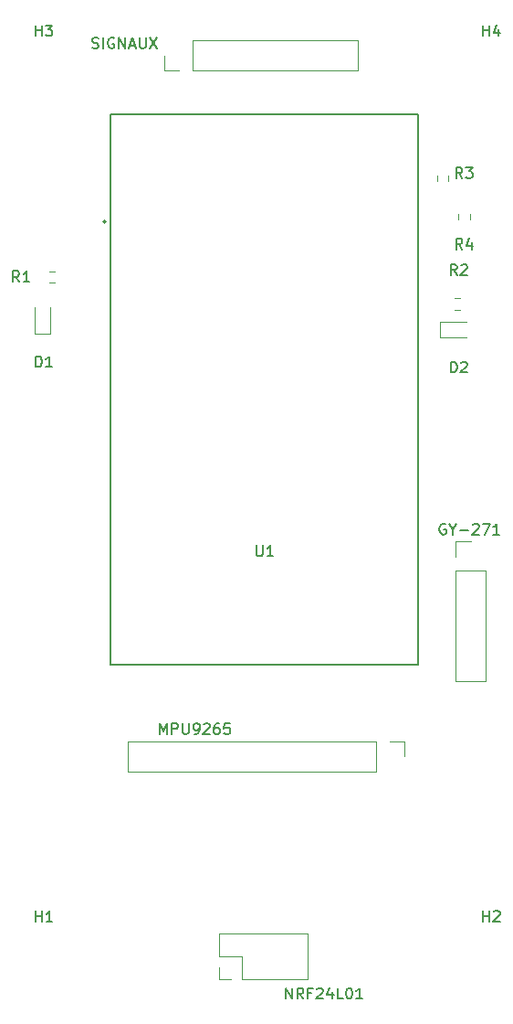
<source format=gto>
%TF.GenerationSoftware,KiCad,Pcbnew,9.0.5*%
%TF.CreationDate,2025-11-16T15:30:45+01:00*%
%TF.ProjectId,DronePCB,44726f6e-6550-4434-922e-6b696361645f,rev?*%
%TF.SameCoordinates,Original*%
%TF.FileFunction,Legend,Top*%
%TF.FilePolarity,Positive*%
%FSLAX46Y46*%
G04 Gerber Fmt 4.6, Leading zero omitted, Abs format (unit mm)*
G04 Created by KiCad (PCBNEW 9.0.5) date 2025-11-16 15:30:45*
%MOMM*%
%LPD*%
G01*
G04 APERTURE LIST*
%ADD10C,0.150000*%
%ADD11C,0.120000*%
%ADD12C,0.127000*%
%ADD13C,0.200000*%
G04 APERTURE END LIST*
D10*
X21238095Y-100804819D02*
X21238095Y-99804819D01*
X21238095Y-100281009D02*
X21809523Y-100281009D01*
X21809523Y-100804819D02*
X21809523Y-99804819D01*
X22809523Y-100804819D02*
X22238095Y-100804819D01*
X22523809Y-100804819D02*
X22523809Y-99804819D01*
X22523809Y-99804819D02*
X22428571Y-99947676D01*
X22428571Y-99947676D02*
X22333333Y-100042914D01*
X22333333Y-100042914D02*
X22238095Y-100090533D01*
X60833333Y-38542319D02*
X60500000Y-38066128D01*
X60261905Y-38542319D02*
X60261905Y-37542319D01*
X60261905Y-37542319D02*
X60642857Y-37542319D01*
X60642857Y-37542319D02*
X60738095Y-37589938D01*
X60738095Y-37589938D02*
X60785714Y-37637557D01*
X60785714Y-37637557D02*
X60833333Y-37732795D01*
X60833333Y-37732795D02*
X60833333Y-37875652D01*
X60833333Y-37875652D02*
X60785714Y-37970890D01*
X60785714Y-37970890D02*
X60738095Y-38018509D01*
X60738095Y-38018509D02*
X60642857Y-38066128D01*
X60642857Y-38066128D02*
X60261905Y-38066128D01*
X61690476Y-37875652D02*
X61690476Y-38542319D01*
X61452381Y-37494700D02*
X61214286Y-38208985D01*
X61214286Y-38208985D02*
X61833333Y-38208985D01*
X62738095Y-100804819D02*
X62738095Y-99804819D01*
X62738095Y-100281009D02*
X63309523Y-100281009D01*
X63309523Y-100804819D02*
X63309523Y-99804819D01*
X63738095Y-99900057D02*
X63785714Y-99852438D01*
X63785714Y-99852438D02*
X63880952Y-99804819D01*
X63880952Y-99804819D02*
X64119047Y-99804819D01*
X64119047Y-99804819D02*
X64214285Y-99852438D01*
X64214285Y-99852438D02*
X64261904Y-99900057D01*
X64261904Y-99900057D02*
X64309523Y-99995295D01*
X64309523Y-99995295D02*
X64309523Y-100090533D01*
X64309523Y-100090533D02*
X64261904Y-100233390D01*
X64261904Y-100233390D02*
X63690476Y-100804819D01*
X63690476Y-100804819D02*
X64309523Y-100804819D01*
X21261905Y-49454819D02*
X21261905Y-48454819D01*
X21261905Y-48454819D02*
X21500000Y-48454819D01*
X21500000Y-48454819D02*
X21642857Y-48502438D01*
X21642857Y-48502438D02*
X21738095Y-48597676D01*
X21738095Y-48597676D02*
X21785714Y-48692914D01*
X21785714Y-48692914D02*
X21833333Y-48883390D01*
X21833333Y-48883390D02*
X21833333Y-49026247D01*
X21833333Y-49026247D02*
X21785714Y-49216723D01*
X21785714Y-49216723D02*
X21738095Y-49311961D01*
X21738095Y-49311961D02*
X21642857Y-49407200D01*
X21642857Y-49407200D02*
X21500000Y-49454819D01*
X21500000Y-49454819D02*
X21261905Y-49454819D01*
X22785714Y-49454819D02*
X22214286Y-49454819D01*
X22500000Y-49454819D02*
X22500000Y-48454819D01*
X22500000Y-48454819D02*
X22404762Y-48597676D01*
X22404762Y-48597676D02*
X22309524Y-48692914D01*
X22309524Y-48692914D02*
X22214286Y-48740533D01*
X21238095Y-18804819D02*
X21238095Y-17804819D01*
X21238095Y-18281009D02*
X21809523Y-18281009D01*
X21809523Y-18804819D02*
X21809523Y-17804819D01*
X22190476Y-17804819D02*
X22809523Y-17804819D01*
X22809523Y-17804819D02*
X22476190Y-18185771D01*
X22476190Y-18185771D02*
X22619047Y-18185771D01*
X22619047Y-18185771D02*
X22714285Y-18233390D01*
X22714285Y-18233390D02*
X22761904Y-18281009D01*
X22761904Y-18281009D02*
X22809523Y-18376247D01*
X22809523Y-18376247D02*
X22809523Y-18614342D01*
X22809523Y-18614342D02*
X22761904Y-18709580D01*
X22761904Y-18709580D02*
X22714285Y-18757200D01*
X22714285Y-18757200D02*
X22619047Y-18804819D01*
X22619047Y-18804819D02*
X22333333Y-18804819D01*
X22333333Y-18804819D02*
X22238095Y-18757200D01*
X22238095Y-18757200D02*
X22190476Y-18709580D01*
X60833333Y-31954819D02*
X60500000Y-31478628D01*
X60261905Y-31954819D02*
X60261905Y-30954819D01*
X60261905Y-30954819D02*
X60642857Y-30954819D01*
X60642857Y-30954819D02*
X60738095Y-31002438D01*
X60738095Y-31002438D02*
X60785714Y-31050057D01*
X60785714Y-31050057D02*
X60833333Y-31145295D01*
X60833333Y-31145295D02*
X60833333Y-31288152D01*
X60833333Y-31288152D02*
X60785714Y-31383390D01*
X60785714Y-31383390D02*
X60738095Y-31431009D01*
X60738095Y-31431009D02*
X60642857Y-31478628D01*
X60642857Y-31478628D02*
X60261905Y-31478628D01*
X61166667Y-30954819D02*
X61785714Y-30954819D01*
X61785714Y-30954819D02*
X61452381Y-31335771D01*
X61452381Y-31335771D02*
X61595238Y-31335771D01*
X61595238Y-31335771D02*
X61690476Y-31383390D01*
X61690476Y-31383390D02*
X61738095Y-31431009D01*
X61738095Y-31431009D02*
X61785714Y-31526247D01*
X61785714Y-31526247D02*
X61785714Y-31764342D01*
X61785714Y-31764342D02*
X61738095Y-31859580D01*
X61738095Y-31859580D02*
X61690476Y-31907200D01*
X61690476Y-31907200D02*
X61595238Y-31954819D01*
X61595238Y-31954819D02*
X61309524Y-31954819D01*
X61309524Y-31954819D02*
X61214286Y-31907200D01*
X61214286Y-31907200D02*
X61166667Y-31859580D01*
X26523810Y-19907200D02*
X26666667Y-19954819D01*
X26666667Y-19954819D02*
X26904762Y-19954819D01*
X26904762Y-19954819D02*
X27000000Y-19907200D01*
X27000000Y-19907200D02*
X27047619Y-19859580D01*
X27047619Y-19859580D02*
X27095238Y-19764342D01*
X27095238Y-19764342D02*
X27095238Y-19669104D01*
X27095238Y-19669104D02*
X27047619Y-19573866D01*
X27047619Y-19573866D02*
X27000000Y-19526247D01*
X27000000Y-19526247D02*
X26904762Y-19478628D01*
X26904762Y-19478628D02*
X26714286Y-19431009D01*
X26714286Y-19431009D02*
X26619048Y-19383390D01*
X26619048Y-19383390D02*
X26571429Y-19335771D01*
X26571429Y-19335771D02*
X26523810Y-19240533D01*
X26523810Y-19240533D02*
X26523810Y-19145295D01*
X26523810Y-19145295D02*
X26571429Y-19050057D01*
X26571429Y-19050057D02*
X26619048Y-19002438D01*
X26619048Y-19002438D02*
X26714286Y-18954819D01*
X26714286Y-18954819D02*
X26952381Y-18954819D01*
X26952381Y-18954819D02*
X27095238Y-19002438D01*
X27523810Y-19954819D02*
X27523810Y-18954819D01*
X28523809Y-19002438D02*
X28428571Y-18954819D01*
X28428571Y-18954819D02*
X28285714Y-18954819D01*
X28285714Y-18954819D02*
X28142857Y-19002438D01*
X28142857Y-19002438D02*
X28047619Y-19097676D01*
X28047619Y-19097676D02*
X28000000Y-19192914D01*
X28000000Y-19192914D02*
X27952381Y-19383390D01*
X27952381Y-19383390D02*
X27952381Y-19526247D01*
X27952381Y-19526247D02*
X28000000Y-19716723D01*
X28000000Y-19716723D02*
X28047619Y-19811961D01*
X28047619Y-19811961D02*
X28142857Y-19907200D01*
X28142857Y-19907200D02*
X28285714Y-19954819D01*
X28285714Y-19954819D02*
X28380952Y-19954819D01*
X28380952Y-19954819D02*
X28523809Y-19907200D01*
X28523809Y-19907200D02*
X28571428Y-19859580D01*
X28571428Y-19859580D02*
X28571428Y-19526247D01*
X28571428Y-19526247D02*
X28380952Y-19526247D01*
X29000000Y-19954819D02*
X29000000Y-18954819D01*
X29000000Y-18954819D02*
X29571428Y-19954819D01*
X29571428Y-19954819D02*
X29571428Y-18954819D01*
X30000000Y-19669104D02*
X30476190Y-19669104D01*
X29904762Y-19954819D02*
X30238095Y-18954819D01*
X30238095Y-18954819D02*
X30571428Y-19954819D01*
X30904762Y-18954819D02*
X30904762Y-19764342D01*
X30904762Y-19764342D02*
X30952381Y-19859580D01*
X30952381Y-19859580D02*
X31000000Y-19907200D01*
X31000000Y-19907200D02*
X31095238Y-19954819D01*
X31095238Y-19954819D02*
X31285714Y-19954819D01*
X31285714Y-19954819D02*
X31380952Y-19907200D01*
X31380952Y-19907200D02*
X31428571Y-19859580D01*
X31428571Y-19859580D02*
X31476190Y-19764342D01*
X31476190Y-19764342D02*
X31476190Y-18954819D01*
X31857143Y-18954819D02*
X32523809Y-19954819D01*
X32523809Y-18954819D02*
X31857143Y-19954819D01*
X19733333Y-41554819D02*
X19400000Y-41078628D01*
X19161905Y-41554819D02*
X19161905Y-40554819D01*
X19161905Y-40554819D02*
X19542857Y-40554819D01*
X19542857Y-40554819D02*
X19638095Y-40602438D01*
X19638095Y-40602438D02*
X19685714Y-40650057D01*
X19685714Y-40650057D02*
X19733333Y-40745295D01*
X19733333Y-40745295D02*
X19733333Y-40888152D01*
X19733333Y-40888152D02*
X19685714Y-40983390D01*
X19685714Y-40983390D02*
X19638095Y-41031009D01*
X19638095Y-41031009D02*
X19542857Y-41078628D01*
X19542857Y-41078628D02*
X19161905Y-41078628D01*
X20685714Y-41554819D02*
X20114286Y-41554819D01*
X20400000Y-41554819D02*
X20400000Y-40554819D01*
X20400000Y-40554819D02*
X20304762Y-40697676D01*
X20304762Y-40697676D02*
X20209524Y-40792914D01*
X20209524Y-40792914D02*
X20114286Y-40840533D01*
X41738095Y-65954819D02*
X41738095Y-66764342D01*
X41738095Y-66764342D02*
X41785714Y-66859580D01*
X41785714Y-66859580D02*
X41833333Y-66907200D01*
X41833333Y-66907200D02*
X41928571Y-66954819D01*
X41928571Y-66954819D02*
X42119047Y-66954819D01*
X42119047Y-66954819D02*
X42214285Y-66907200D01*
X42214285Y-66907200D02*
X42261904Y-66859580D01*
X42261904Y-66859580D02*
X42309523Y-66764342D01*
X42309523Y-66764342D02*
X42309523Y-65954819D01*
X43309523Y-66954819D02*
X42738095Y-66954819D01*
X43023809Y-66954819D02*
X43023809Y-65954819D01*
X43023809Y-65954819D02*
X42928571Y-66097676D01*
X42928571Y-66097676D02*
X42833333Y-66192914D01*
X42833333Y-66192914D02*
X42738095Y-66240533D01*
X59761905Y-49954819D02*
X59761905Y-48954819D01*
X59761905Y-48954819D02*
X60000000Y-48954819D01*
X60000000Y-48954819D02*
X60142857Y-49002438D01*
X60142857Y-49002438D02*
X60238095Y-49097676D01*
X60238095Y-49097676D02*
X60285714Y-49192914D01*
X60285714Y-49192914D02*
X60333333Y-49383390D01*
X60333333Y-49383390D02*
X60333333Y-49526247D01*
X60333333Y-49526247D02*
X60285714Y-49716723D01*
X60285714Y-49716723D02*
X60238095Y-49811961D01*
X60238095Y-49811961D02*
X60142857Y-49907200D01*
X60142857Y-49907200D02*
X60000000Y-49954819D01*
X60000000Y-49954819D02*
X59761905Y-49954819D01*
X60714286Y-49050057D02*
X60761905Y-49002438D01*
X60761905Y-49002438D02*
X60857143Y-48954819D01*
X60857143Y-48954819D02*
X61095238Y-48954819D01*
X61095238Y-48954819D02*
X61190476Y-49002438D01*
X61190476Y-49002438D02*
X61238095Y-49050057D01*
X61238095Y-49050057D02*
X61285714Y-49145295D01*
X61285714Y-49145295D02*
X61285714Y-49240533D01*
X61285714Y-49240533D02*
X61238095Y-49383390D01*
X61238095Y-49383390D02*
X60666667Y-49954819D01*
X60666667Y-49954819D02*
X61285714Y-49954819D01*
X59285714Y-64002438D02*
X59190476Y-63954819D01*
X59190476Y-63954819D02*
X59047619Y-63954819D01*
X59047619Y-63954819D02*
X58904762Y-64002438D01*
X58904762Y-64002438D02*
X58809524Y-64097676D01*
X58809524Y-64097676D02*
X58761905Y-64192914D01*
X58761905Y-64192914D02*
X58714286Y-64383390D01*
X58714286Y-64383390D02*
X58714286Y-64526247D01*
X58714286Y-64526247D02*
X58761905Y-64716723D01*
X58761905Y-64716723D02*
X58809524Y-64811961D01*
X58809524Y-64811961D02*
X58904762Y-64907200D01*
X58904762Y-64907200D02*
X59047619Y-64954819D01*
X59047619Y-64954819D02*
X59142857Y-64954819D01*
X59142857Y-64954819D02*
X59285714Y-64907200D01*
X59285714Y-64907200D02*
X59333333Y-64859580D01*
X59333333Y-64859580D02*
X59333333Y-64526247D01*
X59333333Y-64526247D02*
X59142857Y-64526247D01*
X59952381Y-64478628D02*
X59952381Y-64954819D01*
X59619048Y-63954819D02*
X59952381Y-64478628D01*
X59952381Y-64478628D02*
X60285714Y-63954819D01*
X60619048Y-64573866D02*
X61380953Y-64573866D01*
X61809524Y-64050057D02*
X61857143Y-64002438D01*
X61857143Y-64002438D02*
X61952381Y-63954819D01*
X61952381Y-63954819D02*
X62190476Y-63954819D01*
X62190476Y-63954819D02*
X62285714Y-64002438D01*
X62285714Y-64002438D02*
X62333333Y-64050057D01*
X62333333Y-64050057D02*
X62380952Y-64145295D01*
X62380952Y-64145295D02*
X62380952Y-64240533D01*
X62380952Y-64240533D02*
X62333333Y-64383390D01*
X62333333Y-64383390D02*
X61761905Y-64954819D01*
X61761905Y-64954819D02*
X62380952Y-64954819D01*
X62714286Y-63954819D02*
X63380952Y-63954819D01*
X63380952Y-63954819D02*
X62952381Y-64954819D01*
X64285714Y-64954819D02*
X63714286Y-64954819D01*
X64000000Y-64954819D02*
X64000000Y-63954819D01*
X64000000Y-63954819D02*
X63904762Y-64097676D01*
X63904762Y-64097676D02*
X63809524Y-64192914D01*
X63809524Y-64192914D02*
X63714286Y-64240533D01*
X60333333Y-40954819D02*
X60000000Y-40478628D01*
X59761905Y-40954819D02*
X59761905Y-39954819D01*
X59761905Y-39954819D02*
X60142857Y-39954819D01*
X60142857Y-39954819D02*
X60238095Y-40002438D01*
X60238095Y-40002438D02*
X60285714Y-40050057D01*
X60285714Y-40050057D02*
X60333333Y-40145295D01*
X60333333Y-40145295D02*
X60333333Y-40288152D01*
X60333333Y-40288152D02*
X60285714Y-40383390D01*
X60285714Y-40383390D02*
X60238095Y-40431009D01*
X60238095Y-40431009D02*
X60142857Y-40478628D01*
X60142857Y-40478628D02*
X59761905Y-40478628D01*
X60714286Y-40050057D02*
X60761905Y-40002438D01*
X60761905Y-40002438D02*
X60857143Y-39954819D01*
X60857143Y-39954819D02*
X61095238Y-39954819D01*
X61095238Y-39954819D02*
X61190476Y-40002438D01*
X61190476Y-40002438D02*
X61238095Y-40050057D01*
X61238095Y-40050057D02*
X61285714Y-40145295D01*
X61285714Y-40145295D02*
X61285714Y-40240533D01*
X61285714Y-40240533D02*
X61238095Y-40383390D01*
X61238095Y-40383390D02*
X60666667Y-40954819D01*
X60666667Y-40954819D02*
X61285714Y-40954819D01*
X62738095Y-18804819D02*
X62738095Y-17804819D01*
X62738095Y-18281009D02*
X63309523Y-18281009D01*
X63309523Y-18804819D02*
X63309523Y-17804819D01*
X64214285Y-18138152D02*
X64214285Y-18804819D01*
X63976190Y-17757200D02*
X63738095Y-18471485D01*
X63738095Y-18471485D02*
X64357142Y-18471485D01*
X32738095Y-83454819D02*
X32738095Y-82454819D01*
X32738095Y-82454819D02*
X33071428Y-83169104D01*
X33071428Y-83169104D02*
X33404761Y-82454819D01*
X33404761Y-82454819D02*
X33404761Y-83454819D01*
X33880952Y-83454819D02*
X33880952Y-82454819D01*
X33880952Y-82454819D02*
X34261904Y-82454819D01*
X34261904Y-82454819D02*
X34357142Y-82502438D01*
X34357142Y-82502438D02*
X34404761Y-82550057D01*
X34404761Y-82550057D02*
X34452380Y-82645295D01*
X34452380Y-82645295D02*
X34452380Y-82788152D01*
X34452380Y-82788152D02*
X34404761Y-82883390D01*
X34404761Y-82883390D02*
X34357142Y-82931009D01*
X34357142Y-82931009D02*
X34261904Y-82978628D01*
X34261904Y-82978628D02*
X33880952Y-82978628D01*
X34880952Y-82454819D02*
X34880952Y-83264342D01*
X34880952Y-83264342D02*
X34928571Y-83359580D01*
X34928571Y-83359580D02*
X34976190Y-83407200D01*
X34976190Y-83407200D02*
X35071428Y-83454819D01*
X35071428Y-83454819D02*
X35261904Y-83454819D01*
X35261904Y-83454819D02*
X35357142Y-83407200D01*
X35357142Y-83407200D02*
X35404761Y-83359580D01*
X35404761Y-83359580D02*
X35452380Y-83264342D01*
X35452380Y-83264342D02*
X35452380Y-82454819D01*
X35976190Y-83454819D02*
X36166666Y-83454819D01*
X36166666Y-83454819D02*
X36261904Y-83407200D01*
X36261904Y-83407200D02*
X36309523Y-83359580D01*
X36309523Y-83359580D02*
X36404761Y-83216723D01*
X36404761Y-83216723D02*
X36452380Y-83026247D01*
X36452380Y-83026247D02*
X36452380Y-82645295D01*
X36452380Y-82645295D02*
X36404761Y-82550057D01*
X36404761Y-82550057D02*
X36357142Y-82502438D01*
X36357142Y-82502438D02*
X36261904Y-82454819D01*
X36261904Y-82454819D02*
X36071428Y-82454819D01*
X36071428Y-82454819D02*
X35976190Y-82502438D01*
X35976190Y-82502438D02*
X35928571Y-82550057D01*
X35928571Y-82550057D02*
X35880952Y-82645295D01*
X35880952Y-82645295D02*
X35880952Y-82883390D01*
X35880952Y-82883390D02*
X35928571Y-82978628D01*
X35928571Y-82978628D02*
X35976190Y-83026247D01*
X35976190Y-83026247D02*
X36071428Y-83073866D01*
X36071428Y-83073866D02*
X36261904Y-83073866D01*
X36261904Y-83073866D02*
X36357142Y-83026247D01*
X36357142Y-83026247D02*
X36404761Y-82978628D01*
X36404761Y-82978628D02*
X36452380Y-82883390D01*
X36833333Y-82550057D02*
X36880952Y-82502438D01*
X36880952Y-82502438D02*
X36976190Y-82454819D01*
X36976190Y-82454819D02*
X37214285Y-82454819D01*
X37214285Y-82454819D02*
X37309523Y-82502438D01*
X37309523Y-82502438D02*
X37357142Y-82550057D01*
X37357142Y-82550057D02*
X37404761Y-82645295D01*
X37404761Y-82645295D02*
X37404761Y-82740533D01*
X37404761Y-82740533D02*
X37357142Y-82883390D01*
X37357142Y-82883390D02*
X36785714Y-83454819D01*
X36785714Y-83454819D02*
X37404761Y-83454819D01*
X38261904Y-82454819D02*
X38071428Y-82454819D01*
X38071428Y-82454819D02*
X37976190Y-82502438D01*
X37976190Y-82502438D02*
X37928571Y-82550057D01*
X37928571Y-82550057D02*
X37833333Y-82692914D01*
X37833333Y-82692914D02*
X37785714Y-82883390D01*
X37785714Y-82883390D02*
X37785714Y-83264342D01*
X37785714Y-83264342D02*
X37833333Y-83359580D01*
X37833333Y-83359580D02*
X37880952Y-83407200D01*
X37880952Y-83407200D02*
X37976190Y-83454819D01*
X37976190Y-83454819D02*
X38166666Y-83454819D01*
X38166666Y-83454819D02*
X38261904Y-83407200D01*
X38261904Y-83407200D02*
X38309523Y-83359580D01*
X38309523Y-83359580D02*
X38357142Y-83264342D01*
X38357142Y-83264342D02*
X38357142Y-83026247D01*
X38357142Y-83026247D02*
X38309523Y-82931009D01*
X38309523Y-82931009D02*
X38261904Y-82883390D01*
X38261904Y-82883390D02*
X38166666Y-82835771D01*
X38166666Y-82835771D02*
X37976190Y-82835771D01*
X37976190Y-82835771D02*
X37880952Y-82883390D01*
X37880952Y-82883390D02*
X37833333Y-82931009D01*
X37833333Y-82931009D02*
X37785714Y-83026247D01*
X39261904Y-82454819D02*
X38785714Y-82454819D01*
X38785714Y-82454819D02*
X38738095Y-82931009D01*
X38738095Y-82931009D02*
X38785714Y-82883390D01*
X38785714Y-82883390D02*
X38880952Y-82835771D01*
X38880952Y-82835771D02*
X39119047Y-82835771D01*
X39119047Y-82835771D02*
X39214285Y-82883390D01*
X39214285Y-82883390D02*
X39261904Y-82931009D01*
X39261904Y-82931009D02*
X39309523Y-83026247D01*
X39309523Y-83026247D02*
X39309523Y-83264342D01*
X39309523Y-83264342D02*
X39261904Y-83359580D01*
X39261904Y-83359580D02*
X39214285Y-83407200D01*
X39214285Y-83407200D02*
X39119047Y-83454819D01*
X39119047Y-83454819D02*
X38880952Y-83454819D01*
X38880952Y-83454819D02*
X38785714Y-83407200D01*
X38785714Y-83407200D02*
X38738095Y-83359580D01*
X44476190Y-107954819D02*
X44476190Y-106954819D01*
X44476190Y-106954819D02*
X45047618Y-107954819D01*
X45047618Y-107954819D02*
X45047618Y-106954819D01*
X46095237Y-107954819D02*
X45761904Y-107478628D01*
X45523809Y-107954819D02*
X45523809Y-106954819D01*
X45523809Y-106954819D02*
X45904761Y-106954819D01*
X45904761Y-106954819D02*
X45999999Y-107002438D01*
X45999999Y-107002438D02*
X46047618Y-107050057D01*
X46047618Y-107050057D02*
X46095237Y-107145295D01*
X46095237Y-107145295D02*
X46095237Y-107288152D01*
X46095237Y-107288152D02*
X46047618Y-107383390D01*
X46047618Y-107383390D02*
X45999999Y-107431009D01*
X45999999Y-107431009D02*
X45904761Y-107478628D01*
X45904761Y-107478628D02*
X45523809Y-107478628D01*
X46857142Y-107431009D02*
X46523809Y-107431009D01*
X46523809Y-107954819D02*
X46523809Y-106954819D01*
X46523809Y-106954819D02*
X46999999Y-106954819D01*
X47333333Y-107050057D02*
X47380952Y-107002438D01*
X47380952Y-107002438D02*
X47476190Y-106954819D01*
X47476190Y-106954819D02*
X47714285Y-106954819D01*
X47714285Y-106954819D02*
X47809523Y-107002438D01*
X47809523Y-107002438D02*
X47857142Y-107050057D01*
X47857142Y-107050057D02*
X47904761Y-107145295D01*
X47904761Y-107145295D02*
X47904761Y-107240533D01*
X47904761Y-107240533D02*
X47857142Y-107383390D01*
X47857142Y-107383390D02*
X47285714Y-107954819D01*
X47285714Y-107954819D02*
X47904761Y-107954819D01*
X48761904Y-107288152D02*
X48761904Y-107954819D01*
X48523809Y-106907200D02*
X48285714Y-107621485D01*
X48285714Y-107621485D02*
X48904761Y-107621485D01*
X49761904Y-107954819D02*
X49285714Y-107954819D01*
X49285714Y-107954819D02*
X49285714Y-106954819D01*
X50285714Y-106954819D02*
X50380952Y-106954819D01*
X50380952Y-106954819D02*
X50476190Y-107002438D01*
X50476190Y-107002438D02*
X50523809Y-107050057D01*
X50523809Y-107050057D02*
X50571428Y-107145295D01*
X50571428Y-107145295D02*
X50619047Y-107335771D01*
X50619047Y-107335771D02*
X50619047Y-107573866D01*
X50619047Y-107573866D02*
X50571428Y-107764342D01*
X50571428Y-107764342D02*
X50523809Y-107859580D01*
X50523809Y-107859580D02*
X50476190Y-107907200D01*
X50476190Y-107907200D02*
X50380952Y-107954819D01*
X50380952Y-107954819D02*
X50285714Y-107954819D01*
X50285714Y-107954819D02*
X50190476Y-107907200D01*
X50190476Y-107907200D02*
X50142857Y-107859580D01*
X50142857Y-107859580D02*
X50095238Y-107764342D01*
X50095238Y-107764342D02*
X50047619Y-107573866D01*
X50047619Y-107573866D02*
X50047619Y-107335771D01*
X50047619Y-107335771D02*
X50095238Y-107145295D01*
X50095238Y-107145295D02*
X50142857Y-107050057D01*
X50142857Y-107050057D02*
X50190476Y-107002438D01*
X50190476Y-107002438D02*
X50285714Y-106954819D01*
X51571428Y-107954819D02*
X51000000Y-107954819D01*
X51285714Y-107954819D02*
X51285714Y-106954819D01*
X51285714Y-106954819D02*
X51190476Y-107097676D01*
X51190476Y-107097676D02*
X51095238Y-107192914D01*
X51095238Y-107192914D02*
X51000000Y-107240533D01*
D11*
%TO.C,R4*%
X60477500Y-35754724D02*
X60477500Y-35245276D01*
X61522500Y-35754724D02*
X61522500Y-35245276D01*
%TO.C,D1*%
X21165000Y-43875000D02*
X21165000Y-46335000D01*
X21165000Y-46335000D02*
X22635000Y-46335000D01*
X22635000Y-46335000D02*
X22635000Y-43875000D01*
%TO.C,R3*%
X58477500Y-32254724D02*
X58477500Y-31745276D01*
X59522500Y-32254724D02*
X59522500Y-31745276D01*
%TO.C,SIGNAUX*%
X33180000Y-21980000D02*
X33180000Y-20600000D01*
X34560000Y-21980000D02*
X33180000Y-21980000D01*
X35830000Y-19220000D02*
X51180000Y-19220000D01*
X35830000Y-21980000D02*
X35830000Y-19220000D01*
X35830000Y-21980000D02*
X51180000Y-21980000D01*
X51180000Y-21980000D02*
X51180000Y-19220000D01*
%TO.C,R1*%
X23042224Y-40577500D02*
X22532776Y-40577500D01*
X23042224Y-41622500D02*
X22532776Y-41622500D01*
D12*
%TO.C,U1*%
X28220000Y-26025000D02*
X39289000Y-26025000D01*
X28220000Y-26025000D02*
X56730000Y-26025000D01*
X28220000Y-76975000D02*
X28220000Y-26025000D01*
X28220000Y-76975000D02*
X28220000Y-26025000D01*
X28220000Y-76975000D02*
X33590000Y-76975000D01*
X33590000Y-76975000D02*
X51280000Y-76975000D01*
X39289000Y-26025000D02*
X46000000Y-26025000D01*
X46000000Y-26025000D02*
X56730000Y-26025000D01*
X51280000Y-76975000D02*
X56730000Y-76975000D01*
X56730000Y-26025000D02*
X56730000Y-76975000D01*
X56730000Y-26025000D02*
X56730000Y-76975000D01*
X56730000Y-76975000D02*
X28220000Y-76975000D01*
D13*
X27750000Y-35985000D02*
G75*
G02*
X27550000Y-35985000I-100000J0D01*
G01*
X27550000Y-35985000D02*
G75*
G02*
X27750000Y-35985000I100000J0D01*
G01*
D11*
%TO.C,D2*%
X58740000Y-45265000D02*
X58740000Y-46735000D01*
X58740000Y-46735000D02*
X61200000Y-46735000D01*
X61200000Y-45265000D02*
X58740000Y-45265000D01*
%TO.C,GY-271*%
X60220000Y-65620000D02*
X61600000Y-65620000D01*
X60220000Y-67000000D02*
X60220000Y-65620000D01*
X60220000Y-68270000D02*
X60220000Y-78540000D01*
X60220000Y-68270000D02*
X62980000Y-68270000D01*
X60220000Y-78540000D02*
X62980000Y-78540000D01*
X62980000Y-68270000D02*
X62980000Y-78540000D01*
%TO.C,R2*%
X60132776Y-43077500D02*
X60642224Y-43077500D01*
X60132776Y-44122500D02*
X60642224Y-44122500D01*
%TO.C,MPU9265*%
X29840000Y-84120000D02*
X29840000Y-86880000D01*
X52810000Y-84120000D02*
X29840000Y-84120000D01*
X52810000Y-84120000D02*
X52810000Y-86880000D01*
X52810000Y-86880000D02*
X29840000Y-86880000D01*
X54080000Y-84120000D02*
X55460000Y-84120000D01*
X55460000Y-84120000D02*
X55460000Y-85500000D01*
%TO.C,NRF24L01*%
X38290000Y-101890000D02*
X46510000Y-101890000D01*
X38290000Y-104000000D02*
X38290000Y-101890000D01*
X38290000Y-106110000D02*
X38290000Y-105000000D01*
X39400000Y-106110000D02*
X38290000Y-106110000D01*
X40400000Y-104000000D02*
X38290000Y-104000000D01*
X40400000Y-106110000D02*
X40400000Y-104000000D01*
X40400000Y-106110000D02*
X46510000Y-106110000D01*
X46510000Y-106110000D02*
X46510000Y-101890000D01*
%TD*%
M02*

</source>
